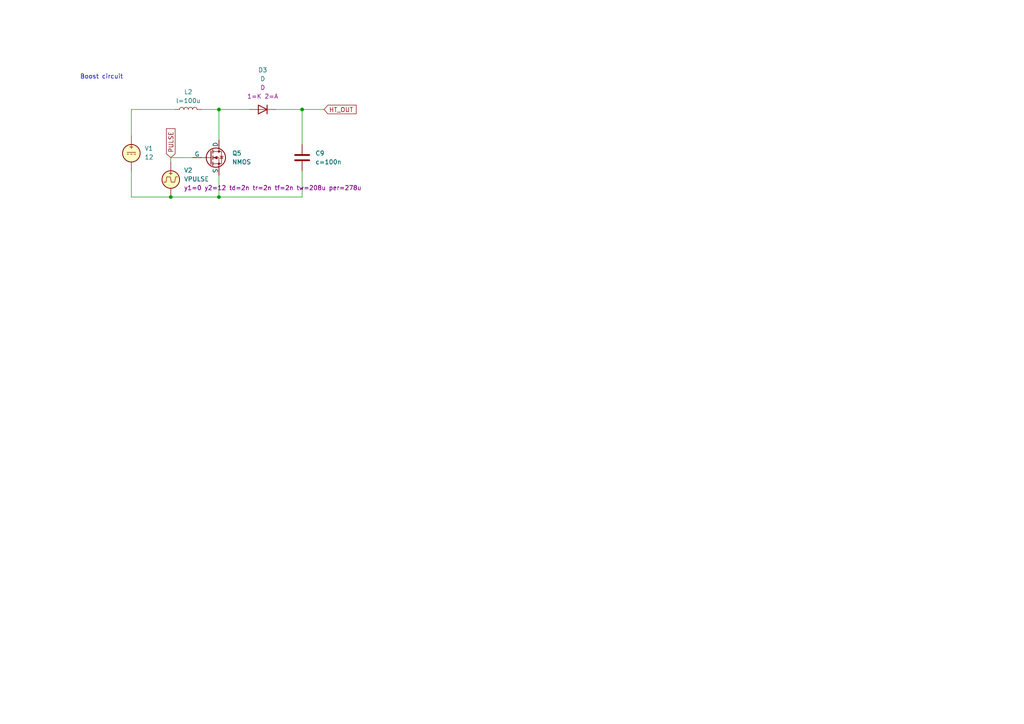
<source format=kicad_sch>
(kicad_sch (version 20231120) (generator "eeschema") (generator_version "8.0")
  (paper "A4")
  (lib_symbols
    (symbol "Device:C" (pin_numbers hide) (pin_names (offset 0.254))
      (property "Reference" "C" (at 0.635 2.54 0))
      (property "Value" "C" (at 0.635 -2.54 0))
      (symbol "C_0_1"
        (polyline (pts (xy -2.032 -0.762) (xy 2.032 -0.762)) (stroke (width 0.508)))
        (polyline (pts (xy -2.032 0.762) (xy 2.032 0.762)) (stroke (width 0.508)))
      )
      (symbol "C_1_1"
        (pin passive line (at 0 3.81 270) (length 2.794) (name "~") (number "1"))
        (pin passive line (at 0 -3.81 90) (length 2.794) (name "~") (number "2"))
      )
    )
    (symbol "Device:L" (pin_numbers hide) (pin_names (offset 1.016) hide)
      (property "Reference" "L" (at -1.27 0 90))
      (property "Value" "L" (at 1.905 0 90))
      (symbol "L_0_1"
        (arc (start 0 -2.54) (mid 0.6323 -1.905) (end 0 -1.27))
        (arc (start 0 -1.27) (mid 0.6323 -0.635) (end 0 0))
        (arc (start 0 0) (mid 0.6323 0.635) (end 0 1.27))
        (arc (start 0 1.27) (mid 0.6323 1.905) (end 0 2.54))
      )
      (symbol "L_1_1"
        (pin passive line (at 0 3.81 270) (length 1.27) (name "1") (number "1"))
        (pin passive line (at 0 -3.81 90) (length 1.27) (name "2") (number "2"))
      )
    )
    (symbol "Simulation_SPICE:D" (pin_numbers hide) (pin_names (offset 1.016) hide)
      (property "Reference" "D" (at 0 2.54 0))
      (property "Value" "D" (at 0 -2.54 0))
      (property "Sim.Device" "D" (at 0 0 0))
      (property "Sim.Pins" "1=K 2=A" (at 0 0 0))
      (symbol "D_0_1"
        (polyline (pts (xy -1.27 1.27) (xy -1.27 -1.27)) (stroke (width 0.254)))
        (polyline (pts (xy 1.27 0) (xy -1.27 0)))
        (polyline (pts (xy 1.27 1.27) (xy 1.27 -1.27) (xy -1.27 0) (xy 1.27 1.27)) (stroke (width 0.254)))
      )
      (symbol "D_1_1"
        (pin passive line (at -3.81 0 0) (length 2.54) (name "K") (number "1"))
        (pin passive line (at 3.81 0 180) (length 2.54) (name "A") (number "2"))
      )
    )
    (symbol "Simulation_SPICE:NMOS" (pin_numbers hide) (pin_names (offset 0))
      (property "Reference" "Q" (at 5.08 1.27 0))
      (property "Value" "NMOS" (at 5.08 -1.27 0))
      (symbol "NMOS_0_1"
        (polyline (pts (xy 0.254 0) (xy -2.54 0)))
        (polyline (pts (xy 0.254 1.905) (xy 0.254 -1.905)) (stroke (width 0.254)))
        (polyline (pts (xy 0.762 -1.27) (xy 0.762 -2.286)) (stroke (width 0.254)))
        (polyline (pts (xy 0.762 0.508) (xy 0.762 -0.508)) (stroke (width 0.254)))
        (polyline (pts (xy 0.762 2.286) (xy 0.762 1.27)) (stroke (width 0.254)))
        (polyline (pts (xy 2.54 2.54) (xy 2.54 1.778)))
        (polyline (pts (xy 2.54 -2.54) (xy 2.54 0) (xy 0.762 0)))
        (polyline (pts (xy 0.762 -1.778) (xy 3.302 -1.778) (xy 3.302 1.778) (xy 0.762 1.778)))
        (polyline (pts (xy 1.016 0) (xy 2.032 0.381) (xy 2.032 -0.381) (xy 1.016 0)) (fill (type outline)))
        (polyline (pts (xy 2.794 0.508) (xy 2.921 0.381) (xy 3.683 0.381) (xy 3.81 0.254)))
        (polyline (pts (xy 3.302 0.381) (xy 2.921 -0.254) (xy 3.683 -0.254) (xy 3.302 0.381)))
        (circle (center 1.651 0) (radius 2.794) (stroke (width 0.254)))
        (circle (center 2.54 -1.778) (radius 0.254) (fill (type outline)))
        (circle (center 2.54 1.778) (radius 0.254) (fill (type outline)))
      )
      (symbol "NMOS_1_1"
        (pin passive line (at 2.54 5.08 270) (length 2.54) (name "D") (number "1"))
        (pin input line (at -5.08 0 0) (length 2.54) (name "G") (number "2"))
        (pin passive line (at 2.54 -5.08 90) (length 2.54) (name "S") (number "3"))
      )
    )
    (symbol "Simulation_SPICE:VDC" (pin_numbers hide) (pin_names (offset 0.0254))
      (property "Reference" "V" (at 2.54 2.54 0))
      (property "Value" "1" (at 2.54 0 0))
      (symbol "VDC_0_0"
        (polyline (pts (xy -1.27 0.254) (xy 1.27 0.254)))
        (polyline (pts (xy -0.762 -0.254) (xy -1.27 -0.254)))
        (polyline (pts (xy 0.254 -0.254) (xy -0.254 -0.254)))
        (polyline (pts (xy 1.27 -0.254) (xy 0.762 -0.254)))
        (text "+" (at 0 1.905 0) (effects (font (size 1.27 1.27))))
      )
      (symbol "VDC_0_1"
        (circle (center 0 0) (radius 2.54) (stroke (width 0.254)) (fill (type background)))
      )
      (symbol "VDC_1_1"
        (pin passive line (at 0 5.08 270) (length 2.54) (name "~") (number "1"))
        (pin passive line (at 0 -5.08 90) (length 2.54) (name "~") (number "2"))
      )
    )
    (symbol "Simulation_SPICE:VPULSE" (pin_numbers hide) (pin_names (offset 0.0254))
      (property "Reference" "V" (at 2.54 2.54 0))
      (property "Value" "VPULSE" (at 2.54 0 0))
      (property "Sim.Params" "y1=0 y2=1 td=2n tr=2n tf=2n tw=50n per=100n" (at 2.54 -2.54 0))
      (symbol "VPULSE_0_0"
        (polyline (pts (xy -2.032 -0.762) (xy -1.397 -0.762) (xy -1.143 0.762) (xy -0.127 0.762) (xy 0.127 -0.762) (xy 1.143 -0.762) (xy 1.397 0.762) (xy 2.032 0.762)))
        (text "+" (at 0 1.905 0) (effects (font (size 1.27 1.27))))
      )
      (symbol "VPULSE_0_1"
        (circle (center 0 0) (radius 2.54) (stroke (width 0.254)) (fill (type background)))
      )
      (symbol "VPULSE_1_1"
        (pin passive line (at 0 5.08 270) (length 2.54) (name "~") (number "1"))
        (pin passive line (at 0 -5.08 90) (length 2.54) (name "~") (number "2"))
      )
    )
  )
  (junction (at 63.5 31.75))
  (junction (at 63.5 57.15))
  (junction (at 87.63 31.75))
  (junction (at 49.53 57.15))
  (wire (pts (xy 63.5 40.64) (xy 63.5 31.75)))
  (wire (pts (xy 38.1 39.37) (xy 38.1 31.75)))
  (wire (pts (xy 38.1 57.15) (xy 49.53 57.15)))
  (wire (pts (xy 49.53 45.72) (xy 55.88 45.72)))
  (wire (pts (xy 49.53 46.99) (xy 49.53 45.72)))
  (wire (pts (xy 63.5 31.75) (xy 72.39 31.75)))
  (wire (pts (xy 87.63 31.75) (xy 80.01 31.75)))
  (wire (pts (xy 87.63 57.15) (xy 63.5 57.15)))
  (wire (pts (xy 87.63 31.75) (xy 93.98 31.75)))
  (wire (pts (xy 87.63 41.91) (xy 87.63 31.75)))
  (wire (pts (xy 63.5 50.8) (xy 63.5 57.15)))
  (wire (pts (xy 87.63 49.53) (xy 87.63 57.15)))
  (wire (pts (xy 38.1 49.53) (xy 38.1 57.15)))
  (wire (pts (xy 49.53 57.15) (xy 63.5 57.15)))
  (wire (pts (xy 38.1 31.75) (xy 50.8 31.75)))
  (wire (pts (xy 63.5 31.75) (xy 58.42 31.75)))
  (text "Boost circuit" (at 29.464 22.352 0) (effects (font (size 1.27 1.27))))
  (global_label "HT_OUT" (shape input) (at 93.98 31.75 0) (property "Intersheetrefs" "${INTERSHEET_REFS}" (effects (hide yes))))
  (global_label "PULSE" (shape input) (at 49.53 45.72 90) (property "Intersheetrefs" "${INTERSHEET_REFS}" (effects (hide yes))))
  (symbol (lib_id "Device:C") (at 87.63 45.72 0) (unit 1)
    (property "Reference" "C9" (at 91.44 44.4499 0) (effects (justify left)))
    (property "Value" "${SIM.PARAMS}" (at 91.44 46.9899 0) (effects (justify left)))
    (property "Description" "Unpolarized capacitor" (effects (hide yes)))
    (property "Sim.Device" "C" (effects (hide yes)))
    (property "Sim.Type" "=" (effects (hide yes)))
    (property "Sim.Params" "c=100n" (effects (hide yes)))
    (property "Sim.Pins" "1=+ 2=-" (effects (hide yes)))
  )
  (symbol (lib_id "Simulation_SPICE:VDC") (at 38.1 44.45 0) (unit 1)
    (property "Reference" "V1" (at 41.91 43.0501 0) (effects (justify left)))
    (property "Value" "12" (at 41.91 45.5901 0) (effects (justify left)))
    (property "Datasheet" "https://ngspice.sourceforge.io/docs/ngspice-html-manual/manual.xhtml#sec_Independent_Sources_for" (effects (hide yes)))
    (property "Description" "Voltage source, DC" (effects (hide yes)))
    (property "Sim.Pins" "1=+ 2=-" (effects (hide yes)))
    (property "Sim.Type" "DC" (effects (hide yes)))
    (property "Sim.Device" "V" (effects (hide yes)))
  )
  (symbol (lib_id "Simulation_SPICE:VPULSE") (at 49.53 52.07 0) (unit 1)
    (property "Reference" "V2" (at 53.34 49.4001 0) (effects (justify left)))
    (property "Value" "VPULSE" (at 53.34 51.9401 0) (effects (justify left)))
    (property "Datasheet" "https://ngspice.sourceforge.io/docs/ngspice-html-manual/manual.xhtml#sec_Independent_Sources_for" (effects (hide yes)))
    (property "Description" "Voltage source, pulse" (effects (hide yes)))
    (property "Sim.Pins" "1=+ 2=-" (effects (hide yes)))
    (property "Sim.Type" "PULSE" (effects (hide yes)))
    (property "Sim.Device" "V" (effects (hide yes)))
    (property "Sim.Params" "y1=0 y2=12 td=2n tr=2n tf=2n tw=208u per=278u" (at 53.34 54.4801 0) (effects (justify left)))
  )
  (symbol (lib_id "Simulation_SPICE:NMOS") (at 60.96 45.72 0) (unit 1)
    (property "Reference" "Q5" (at 67.31 44.4499 0) (effects (justify left)))
    (property "Value" "NMOS" (at 67.31 46.9899 0) (effects (justify left)))
    (property "Datasheet" "https://ngspice.sourceforge.io/docs/ngspice-html-manual/manual.xhtml#cha_MOSFETs" (effects (hide yes)))
    (property "Description" "N-MOSFET transistor, drain/source/gate" (effects (hide yes)))
    (property "Sim.Device" "NMOS" (effects (hide yes)))
    (property "Sim.Type" "VDMOS" (effects (hide yes)))
    (property "Sim.Pins" "1=D 2=G 3=S" (effects (hide yes)))
  )
  (symbol (lib_id "Device:L") (at 54.61 31.75 90) (unit 1)
    (property "Reference" "L2" (at 54.61 26.67 90))
    (property "Value" "${SIM.PARAMS}" (at 54.61 29.21 90))
    (property "Description" "Inductor" (effects (hide yes)))
    (property "Sim.Device" "L" (effects (hide yes)))
    (property "Sim.Type" "=" (effects (hide yes)))
    (property "Sim.Params" "l=100u" (effects (hide yes)))
    (property "Sim.Pins" "1=+ 2=-" (effects (hide yes)))
  )
  (symbol (lib_id "Simulation_SPICE:D") (at 76.2 31.75 180) (unit 1)
    (property "Reference" "D3" (at 76.2 20.32 0))
    (property "Value" "D" (at 76.2 22.86 0))
    (property "Datasheet" "https://ngspice.sourceforge.io/docs/ngspice-html-manual/manual.xhtml#cha_DIODEs" (effects (hide yes)))
    (property "Description" "Diode for simulation or PCB" (effects (hide yes)))
    (property "Sim.Device" "D" (at 76.2 25.4 0))
    (property "Sim.Pins" "1=K 2=A" (at 76.2 27.94 0))
  )
)
</source>
